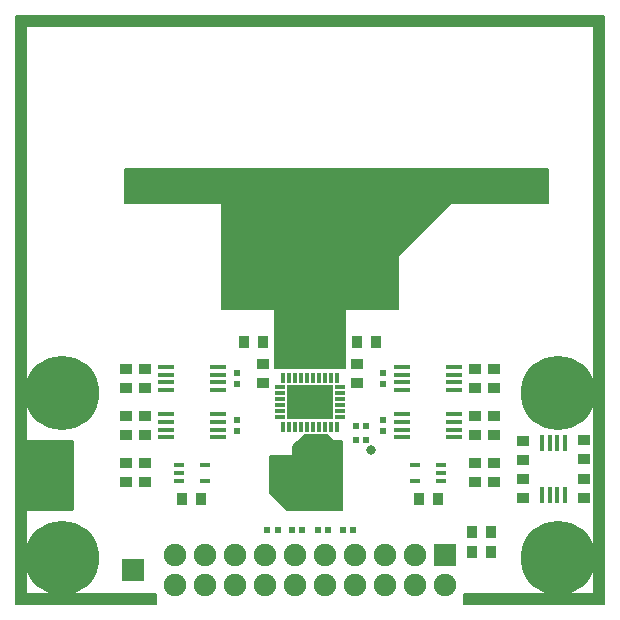
<source format=gts>
G04 #@! TF.GenerationSoftware,KiCad,Pcbnew,no-vcs-found-e79f978~58~ubuntu14.04.1*
G04 #@! TF.CreationDate,2017-05-18T21:28:03+01:00*
G04 #@! TF.ProjectId,bikedar,62696B656461722E6B696361645F7063,rev?*
G04 #@! TF.FileFunction,Soldermask,Top*
G04 #@! TF.FilePolarity,Negative*
%FSLAX46Y46*%
G04 Gerber Fmt 4.6, Leading zero omitted, Abs format (unit mm)*
G04 Created by KiCad (PCBNEW no-vcs-found-e79f978~58~ubuntu14.04.1) date Thu May 18 21:28:03 2017*
%MOMM*%
%LPD*%
G01*
G04 APERTURE LIST*
%ADD10C,0.100000*%
%ADD11R,1.000000X0.950000*%
%ADD12R,0.950000X1.000000*%
%ADD13R,0.620000X0.620000*%
%ADD14C,0.600000*%
%ADD15C,6.300000*%
%ADD16R,0.950000X0.400000*%
%ADD17C,0.800000*%
%ADD18R,1.900000X1.900000*%
%ADD19C,1.900000*%
%ADD20R,1.450000X0.450000*%
%ADD21R,0.450000X1.450000*%
%ADD22R,0.300000X0.850000*%
%ADD23R,0.850000X0.300000*%
%ADD24R,3.902000X2.902000*%
%ADD25C,0.150000*%
%ADD26C,0.254000*%
G04 APERTURE END LIST*
D10*
D11*
X59400000Y-84000000D03*
X59400000Y-85600000D03*
X90600000Y-84000000D03*
X90600000Y-85600000D03*
X98200000Y-90950000D03*
X98200000Y-89350000D03*
X98200000Y-86050000D03*
X98200000Y-87650000D03*
D12*
X79000000Y-77750000D03*
X80600000Y-77750000D03*
D13*
X79750000Y-86000000D03*
X78850000Y-86000000D03*
X68800000Y-84350000D03*
X68800000Y-85250000D03*
X81200000Y-80350000D03*
X81200000Y-81250000D03*
X81200000Y-85250000D03*
X81200000Y-84350000D03*
X68800000Y-80350000D03*
X68800000Y-81250000D03*
X72250000Y-93600000D03*
X71350000Y-93600000D03*
X77750000Y-93600000D03*
X78650000Y-93600000D03*
X76550000Y-93600000D03*
X75650000Y-93600000D03*
X74350000Y-93600000D03*
X73450000Y-93600000D03*
X75600000Y-89900000D03*
X76500000Y-89900000D03*
D11*
X93000000Y-86100000D03*
X93000000Y-87700000D03*
X79000000Y-79600000D03*
X79000000Y-81200000D03*
D14*
X97800000Y-83800000D03*
X94200000Y-83800000D03*
X97800000Y-80200000D03*
X94200000Y-80200000D03*
X93500000Y-82000000D03*
X96000000Y-84500000D03*
X98500000Y-82000000D03*
X96000000Y-79500000D03*
D15*
X96000000Y-82000000D03*
X54000000Y-82000000D03*
D14*
X54000000Y-79500000D03*
X56500000Y-82000000D03*
X54000000Y-84500000D03*
X51500000Y-82000000D03*
X52200000Y-80200000D03*
X55800000Y-80200000D03*
X52200000Y-83800000D03*
X55800000Y-83800000D03*
D11*
X61000000Y-88000000D03*
X61000000Y-89600000D03*
X59400000Y-88000000D03*
X59400000Y-89600000D03*
D12*
X65800000Y-91000000D03*
X64200000Y-91000000D03*
D16*
X63900000Y-88150000D03*
X63900000Y-88800000D03*
X63900000Y-89450000D03*
X66100000Y-89450000D03*
X66100000Y-88150000D03*
D11*
X90600000Y-80000000D03*
X90600000Y-81600000D03*
D17*
X80200000Y-86850000D03*
D18*
X60000000Y-97000000D03*
D14*
X97800000Y-97800000D03*
X94200000Y-97800000D03*
X97800000Y-94200000D03*
X94200000Y-94200000D03*
X93500000Y-96000000D03*
X96000000Y-98500000D03*
X98500000Y-96000000D03*
X96000000Y-93500000D03*
D15*
X96000000Y-96000000D03*
X54000000Y-96000000D03*
D14*
X54000000Y-93500000D03*
X56500000Y-96000000D03*
X54000000Y-98500000D03*
X51500000Y-96000000D03*
X52200000Y-94200000D03*
X55800000Y-94200000D03*
X52200000Y-97800000D03*
X55800000Y-97800000D03*
D12*
X90300000Y-93800000D03*
X88700000Y-93800000D03*
D18*
X86430000Y-95730000D03*
D19*
X86430000Y-98270000D03*
X83890000Y-95730000D03*
X83890000Y-98270000D03*
X81350000Y-95730000D03*
X81350000Y-98270000D03*
X78810000Y-95730000D03*
X78810000Y-98270000D03*
X76270000Y-95730000D03*
X76270000Y-98270000D03*
X73730000Y-95730000D03*
X73730000Y-98270000D03*
X71190000Y-95730000D03*
X71190000Y-98270000D03*
X68650000Y-95730000D03*
X68650000Y-98270000D03*
X66110000Y-95730000D03*
X66110000Y-98270000D03*
X63570000Y-95730000D03*
X63570000Y-98270000D03*
D13*
X79750000Y-84800000D03*
X78850000Y-84800000D03*
D11*
X90600000Y-88000000D03*
X90600000Y-89600000D03*
X89000000Y-88000000D03*
X89000000Y-89600000D03*
D12*
X88700000Y-95500000D03*
X90300000Y-95500000D03*
X84200000Y-91000000D03*
X85800000Y-91000000D03*
D11*
X61000000Y-80000000D03*
X61000000Y-81600000D03*
X93000000Y-90900000D03*
X93000000Y-89300000D03*
X59400000Y-81600000D03*
X59400000Y-80000000D03*
X71000000Y-81200000D03*
X71000000Y-79600000D03*
D12*
X71000000Y-77750000D03*
X69400000Y-77750000D03*
D11*
X89000000Y-85600000D03*
X89000000Y-84000000D03*
X89000000Y-80000000D03*
X89000000Y-81600000D03*
X61000000Y-85600000D03*
X61000000Y-84000000D03*
D20*
X67200000Y-81775000D03*
X67200000Y-81125000D03*
X67200000Y-80475000D03*
X67200000Y-79825000D03*
X62800000Y-79825000D03*
X62800000Y-80475000D03*
X62800000Y-81125000D03*
X62800000Y-81775000D03*
X62800000Y-85775000D03*
X62800000Y-85125000D03*
X62800000Y-84475000D03*
X62800000Y-83825000D03*
X67200000Y-83825000D03*
X67200000Y-84475000D03*
X67200000Y-85125000D03*
X67200000Y-85775000D03*
X82800000Y-79825000D03*
X82800000Y-80475000D03*
X82800000Y-81125000D03*
X82800000Y-81775000D03*
X87200000Y-81775000D03*
X87200000Y-81125000D03*
X87200000Y-80475000D03*
X87200000Y-79825000D03*
X87200000Y-83825000D03*
X87200000Y-84475000D03*
X87200000Y-85125000D03*
X87200000Y-85775000D03*
X82800000Y-85775000D03*
X82800000Y-85125000D03*
X82800000Y-84475000D03*
X82800000Y-83825000D03*
D21*
X96575000Y-86300000D03*
X95925000Y-86300000D03*
X95275000Y-86300000D03*
X94625000Y-86300000D03*
X94625000Y-90700000D03*
X95275000Y-90700000D03*
X95925000Y-90700000D03*
X96575000Y-90700000D03*
D22*
X77250000Y-80725000D03*
X76750000Y-80725000D03*
X76250000Y-80725000D03*
X75750000Y-80725000D03*
X75250000Y-80725000D03*
X74750000Y-80725000D03*
X74250000Y-80725000D03*
X73750000Y-80725000D03*
X73250000Y-80725000D03*
X72750000Y-80725000D03*
D23*
X72425000Y-81550000D03*
X72425000Y-82050000D03*
X72425000Y-82550000D03*
X72425000Y-83050000D03*
X72425000Y-83550000D03*
X72425000Y-84050000D03*
D22*
X72750000Y-84875000D03*
X73250000Y-84875000D03*
X73750000Y-84875000D03*
X74250000Y-84875000D03*
X74750000Y-84875000D03*
X75250000Y-84875000D03*
X75750000Y-84875000D03*
X76250000Y-84875000D03*
X76750000Y-84875000D03*
X77250000Y-84875000D03*
D23*
X77575000Y-84050000D03*
X77575000Y-83550000D03*
X77575000Y-83050000D03*
X77575000Y-82550000D03*
X77575000Y-82050000D03*
X77575000Y-81550000D03*
D24*
X75000000Y-82800000D03*
D16*
X86100000Y-89450000D03*
X86100000Y-88800000D03*
X86100000Y-88150000D03*
X83900000Y-88150000D03*
X83900000Y-89450000D03*
D25*
G36*
X95125000Y-65925000D02*
X87000000Y-65925000D01*
X86971299Y-65930709D01*
X86946967Y-65946967D01*
X82446967Y-70446967D01*
X82430709Y-70471299D01*
X82425000Y-70500000D01*
X82425000Y-74925000D01*
X78000000Y-74925000D01*
X77971299Y-74930709D01*
X77946967Y-74946967D01*
X77930709Y-74971299D01*
X77925000Y-75000000D01*
X77925000Y-79925000D01*
X72075000Y-79925000D01*
X72075000Y-75000000D01*
X72069291Y-74971299D01*
X72053033Y-74946967D01*
X72028701Y-74930709D01*
X72000000Y-74925000D01*
X67575000Y-74925000D01*
X67575000Y-66000000D01*
X67569291Y-65971299D01*
X67553033Y-65946967D01*
X67528701Y-65930709D01*
X67500000Y-65925000D01*
X59375000Y-65925000D01*
X59375000Y-63075000D01*
X95125000Y-63075000D01*
X95125000Y-65925000D01*
X95125000Y-65925000D01*
G37*
X95125000Y-65925000D02*
X87000000Y-65925000D01*
X86971299Y-65930709D01*
X86946967Y-65946967D01*
X82446967Y-70446967D01*
X82430709Y-70471299D01*
X82425000Y-70500000D01*
X82425000Y-74925000D01*
X78000000Y-74925000D01*
X77971299Y-74930709D01*
X77946967Y-74946967D01*
X77930709Y-74971299D01*
X77925000Y-75000000D01*
X77925000Y-79925000D01*
X72075000Y-79925000D01*
X72075000Y-75000000D01*
X72069291Y-74971299D01*
X72053033Y-74946967D01*
X72028701Y-74930709D01*
X72000000Y-74925000D01*
X67575000Y-74925000D01*
X67575000Y-66000000D01*
X67569291Y-65971299D01*
X67553033Y-65946967D01*
X67528701Y-65930709D01*
X67500000Y-65925000D01*
X59375000Y-65925000D01*
X59375000Y-63075000D01*
X95125000Y-63075000D01*
X95125000Y-65925000D01*
G36*
X76946967Y-86053033D02*
X76971299Y-86069291D01*
X77000000Y-86075000D01*
X77675000Y-86075000D01*
X77675000Y-91925000D01*
X73031066Y-91925000D01*
X71575000Y-90468934D01*
X71575000Y-87325000D01*
X73500000Y-87325000D01*
X73528701Y-87319291D01*
X73553033Y-87303033D01*
X73569291Y-87278701D01*
X73575000Y-87250000D01*
X73575000Y-86531066D01*
X74531066Y-85575000D01*
X76468934Y-85575000D01*
X76946967Y-86053033D01*
X76946967Y-86053033D01*
G37*
X76946967Y-86053033D02*
X76971299Y-86069291D01*
X77000000Y-86075000D01*
X77675000Y-86075000D01*
X77675000Y-91925000D01*
X73031066Y-91925000D01*
X71575000Y-90468934D01*
X71575000Y-87325000D01*
X73500000Y-87325000D01*
X73528701Y-87319291D01*
X73553033Y-87303033D01*
X73569291Y-87278701D01*
X73575000Y-87250000D01*
X73575000Y-86531066D01*
X74531066Y-85575000D01*
X76468934Y-85575000D01*
X76946967Y-86053033D01*
G36*
X50925000Y-99000000D02*
X50930709Y-99028701D01*
X50946967Y-99053033D01*
X50971299Y-99069291D01*
X51000000Y-99075000D01*
X61925000Y-99075000D01*
X61925000Y-99925000D01*
X50075000Y-99925000D01*
X50075000Y-50075000D01*
X50925000Y-50075000D01*
X50925000Y-99000000D01*
X50925000Y-99000000D01*
G37*
X50925000Y-99000000D02*
X50930709Y-99028701D01*
X50946967Y-99053033D01*
X50971299Y-99069291D01*
X51000000Y-99075000D01*
X61925000Y-99075000D01*
X61925000Y-99925000D01*
X50075000Y-99925000D01*
X50075000Y-50075000D01*
X50925000Y-50075000D01*
X50925000Y-99000000D01*
G36*
X99925000Y-99925000D02*
X88075000Y-99925000D01*
X88075000Y-99075000D01*
X99000000Y-99075000D01*
X99028701Y-99069291D01*
X99053033Y-99053033D01*
X99069291Y-99028701D01*
X99075000Y-99000000D01*
X99075000Y-50075000D01*
X99925000Y-50075000D01*
X99925000Y-99925000D01*
X99925000Y-99925000D01*
G37*
X99925000Y-99925000D02*
X88075000Y-99925000D01*
X88075000Y-99075000D01*
X99000000Y-99075000D01*
X99028701Y-99069291D01*
X99053033Y-99053033D01*
X99069291Y-99028701D01*
X99075000Y-99000000D01*
X99075000Y-50075000D01*
X99925000Y-50075000D01*
X99925000Y-99925000D01*
G36*
X99925000Y-50925000D02*
X50075000Y-50925000D01*
X50075000Y-50075000D01*
X99925000Y-50075000D01*
X99925000Y-50925000D01*
X99925000Y-50925000D01*
G37*
X99925000Y-50925000D02*
X50075000Y-50925000D01*
X50075000Y-50075000D01*
X99925000Y-50075000D01*
X99925000Y-50925000D01*
D26*
G36*
X54873000Y-91873000D02*
X50627000Y-91873000D01*
X50627000Y-86127000D01*
X54873000Y-86127000D01*
X54873000Y-91873000D01*
X54873000Y-91873000D01*
G37*
X54873000Y-91873000D02*
X50627000Y-91873000D01*
X50627000Y-86127000D01*
X54873000Y-86127000D01*
X54873000Y-91873000D01*
M02*

</source>
